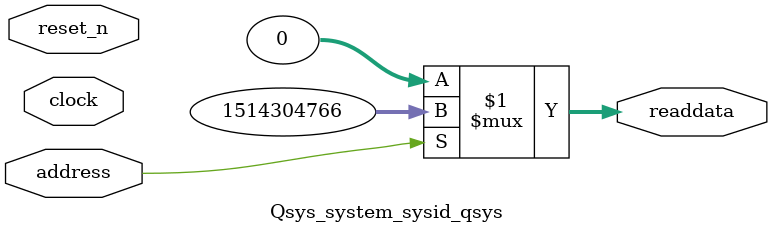
<source format=v>

`timescale 1ns / 1ps
// synthesis translate_on

// turn off superfluous verilog processor warnings 
// altera message_level Level1 
// altera message_off 10034 10035 10036 10037 10230 10240 10030 

module Qsys_system_sysid_qsys (
               // inputs:
                address,
                clock,
                reset_n,

               // outputs:
                readdata
             )
;

  output  [ 31: 0] readdata;
  input            address;
  input            clock;
  input            reset_n;

  wire    [ 31: 0] readdata;
  //control_slave, which is an e_avalon_slave
  assign readdata = address ? 1514304766 : 0;

endmodule




</source>
